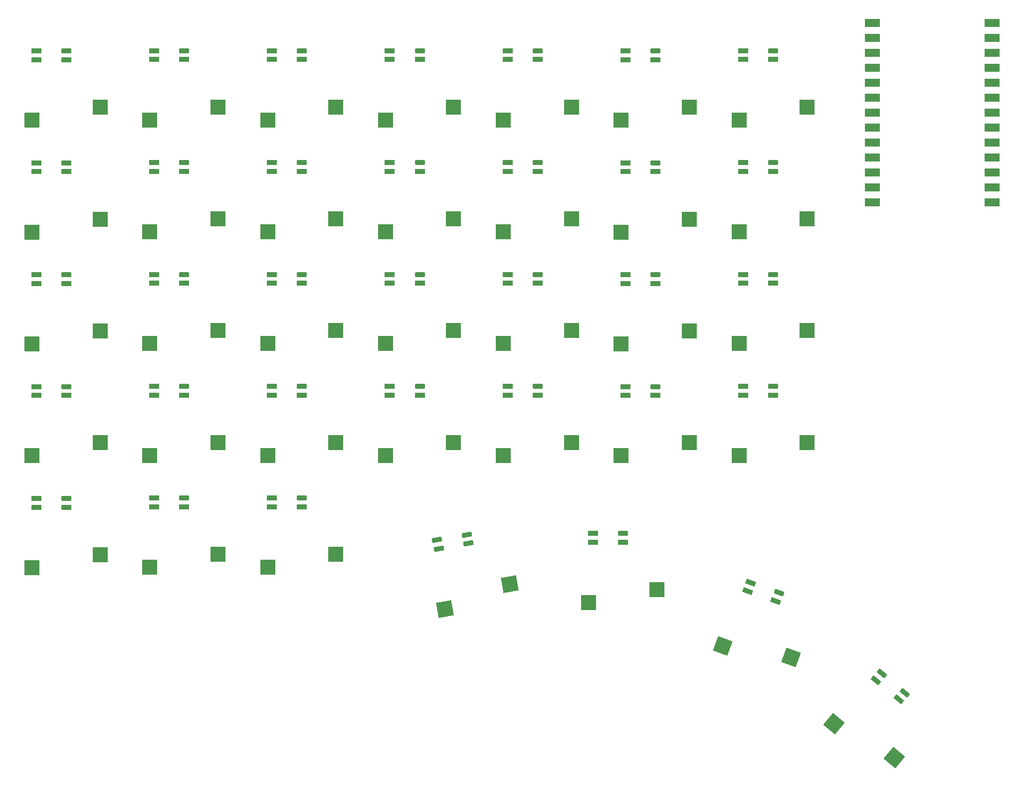
<source format=gbr>
%TF.GenerationSoftware,KiCad,Pcbnew,7.0.7*%
%TF.CreationDate,2023-09-03T20:27:55-07:00*%
%TF.ProjectId,keyboard,6b657962-6f61-4726-942e-6b696361645f,rev?*%
%TF.SameCoordinates,Original*%
%TF.FileFunction,Paste,Top*%
%TF.FilePolarity,Positive*%
%FSLAX46Y46*%
G04 Gerber Fmt 4.6, Leading zero omitted, Abs format (unit mm)*
G04 Created by KiCad (PCBNEW 7.0.7) date 2023-09-03 20:27:55*
%MOMM*%
%LPD*%
G01*
G04 APERTURE LIST*
G04 Aperture macros list*
%AMRoundRect*
0 Rectangle with rounded corners*
0 $1 Rounding radius*
0 $2 $3 $4 $5 $6 $7 $8 $9 X,Y pos of 4 corners*
0 Add a 4 corners polygon primitive as box body*
4,1,4,$2,$3,$4,$5,$6,$7,$8,$9,$2,$3,0*
0 Add four circle primitives for the rounded corners*
1,1,$1+$1,$2,$3*
1,1,$1+$1,$4,$5*
1,1,$1+$1,$6,$7*
1,1,$1+$1,$8,$9*
0 Add four rect primitives between the rounded corners*
20,1,$1+$1,$2,$3,$4,$5,0*
20,1,$1+$1,$4,$5,$6,$7,0*
20,1,$1+$1,$6,$7,$8,$9,0*
20,1,$1+$1,$8,$9,$2,$3,0*%
%AMRotRect*
0 Rectangle, with rotation*
0 The origin of the aperture is its center*
0 $1 length*
0 $2 width*
0 $3 Rotation angle, in degrees counterclockwise*
0 Add horizontal line*
21,1,$1,$2,0,0,$3*%
G04 Aperture macros list end*
%ADD10R,2.600000X2.600000*%
%ADD11RotRect,2.600000X2.600000X340.000000*%
%ADD12R,1.700000X0.820000*%
%ADD13RoundRect,0.205000X-0.645000X-0.205000X0.645000X-0.205000X0.645000X0.205000X-0.645000X0.205000X0*%
%ADD14RotRect,2.600000X2.600000X10.000000*%
%ADD15RotRect,1.700000X0.820000X340.000000*%
%ADD16RoundRect,0.205000X-0.676216X0.027966X0.535988X-0.413240X0.676216X-0.027966X-0.535988X0.413240X0*%
%ADD17RotRect,1.700000X0.820000X320.000000*%
%ADD18RoundRect,0.205000X-0.625870X0.257559X0.362327X-0.571637X0.625870X-0.257559X-0.362327X0.571637X0*%
%ADD19RotRect,2.600000X2.600000X320.000000*%
%ADD20RotRect,1.700000X0.820000X10.000000*%
%ADD21RoundRect,0.205000X-0.599603X-0.313889X0.670799X-0.089883X0.599603X0.313889X-0.670799X0.089883X0*%
%ADD22R,2.610000X1.400000*%
G04 APERTURE END LIST*
D10*
%TO.C,REF\u002A\u002A*%
X96725000Y-94950000D03*
X108275000Y-92750000D03*
%TD*%
D11*
%TO.C,REF\u002A\u002A*%
X174002870Y-127343518D03*
X185608764Y-129226527D03*
%TD*%
D10*
%TO.C,REF\u002A\u002A*%
X136725000Y-56950000D03*
X148275000Y-54750000D03*
%TD*%
D12*
%TO.C,REF\u002A\u002A*%
X157450000Y-84750000D03*
X157450000Y-83250000D03*
D13*
X162550000Y-83250000D03*
D12*
X162550000Y-84750000D03*
%TD*%
%TO.C,REF\u002A\u002A*%
X77450000Y-84700000D03*
X77450000Y-83200000D03*
D13*
X82550000Y-83200000D03*
D12*
X82550000Y-84700000D03*
%TD*%
D10*
%TO.C,REF\u002A\u002A*%
X56725000Y-76000000D03*
X68275000Y-73800000D03*
%TD*%
D12*
%TO.C,REF\u002A\u002A*%
X157450000Y-46750000D03*
X157450000Y-45250000D03*
D13*
X162550000Y-45250000D03*
D12*
X162550000Y-46750000D03*
%TD*%
%TO.C,REF\u002A\u002A*%
X97450000Y-27700000D03*
X97450000Y-26200000D03*
D13*
X102550000Y-26200000D03*
D12*
X102550000Y-27700000D03*
%TD*%
D10*
%TO.C,REF\u002A\u002A*%
X76725000Y-37950000D03*
X88275000Y-35750000D03*
%TD*%
D12*
%TO.C,REF\u002A\u002A*%
X177450000Y-46700000D03*
X177450000Y-45200000D03*
D13*
X182550000Y-45200000D03*
D12*
X182550000Y-46700000D03*
%TD*%
%TO.C,REF\u002A\u002A*%
X151949999Y-109699999D03*
X151949999Y-108199999D03*
D13*
X157049999Y-108199999D03*
D12*
X157049999Y-109699999D03*
%TD*%
D14*
%TO.C,REF\u002A\u002A*%
X126819526Y-121011139D03*
X137812030Y-116838925D03*
%TD*%
D10*
%TO.C,REF\u002A\u002A*%
X136725000Y-94950000D03*
X148275000Y-92750000D03*
%TD*%
D12*
%TO.C,REF\u002A\u002A*%
X177450000Y-27700000D03*
X177450000Y-26200000D03*
D13*
X182550000Y-26200000D03*
D12*
X182550000Y-27700000D03*
%TD*%
D10*
%TO.C,REF\u002A\u002A*%
X96725000Y-37950000D03*
X108275000Y-35750000D03*
%TD*%
D12*
%TO.C,REF\u002A\u002A*%
X137450000Y-46700000D03*
X137450000Y-45200000D03*
D13*
X142550000Y-45200000D03*
D12*
X142550000Y-46700000D03*
%TD*%
D15*
%TO.C,REF\u002A\u002A*%
X178189853Y-117959633D03*
X178702883Y-116550094D03*
D16*
X183495315Y-118294397D03*
D15*
X182982285Y-119703936D03*
%TD*%
D12*
%TO.C,REF\u002A\u002A*%
X157450000Y-27750000D03*
X157450000Y-26250000D03*
D13*
X162550000Y-26250000D03*
D12*
X162550000Y-27750000D03*
%TD*%
%TO.C,REF\u002A\u002A*%
X57450000Y-103750000D03*
X57450000Y-102250000D03*
D13*
X62550000Y-102250000D03*
D12*
X62550000Y-103750000D03*
%TD*%
%TO.C,REF\u002A\u002A*%
X117450000Y-84700000D03*
X117450000Y-83200000D03*
D13*
X122550000Y-83200000D03*
D12*
X122550000Y-84700000D03*
%TD*%
D10*
%TO.C,REF\u002A\u002A*%
X76725000Y-75950000D03*
X88275000Y-73750000D03*
%TD*%
%TO.C,REF\u002A\u002A*%
X156725000Y-76000000D03*
X168275000Y-73800000D03*
%TD*%
D12*
%TO.C,REF\u002A\u002A*%
X137450000Y-27700000D03*
X137450000Y-26200000D03*
D13*
X142550000Y-26200000D03*
D12*
X142550000Y-27700000D03*
%TD*%
%TO.C,REF\u002A\u002A*%
X77450000Y-103700000D03*
X77450000Y-102200000D03*
D13*
X82550000Y-102200000D03*
D12*
X82550000Y-103700000D03*
%TD*%
%TO.C,REF\u002A\u002A*%
X77450000Y-46700000D03*
X77450000Y-45200000D03*
D13*
X82550000Y-45200000D03*
D12*
X82550000Y-46700000D03*
%TD*%
D10*
%TO.C,REF\u002A\u002A*%
X56725000Y-95000000D03*
X68275000Y-92800000D03*
%TD*%
D12*
%TO.C,REF\u002A\u002A*%
X97450000Y-103700000D03*
X97450000Y-102200000D03*
D13*
X102550000Y-102200000D03*
D12*
X102550000Y-103700000D03*
%TD*%
D17*
%TO.C,REF\u002A\u002A*%
X199972892Y-133125980D03*
X200937073Y-131976913D03*
D18*
X204843900Y-135255130D03*
D17*
X203879719Y-136404197D03*
%TD*%
D12*
%TO.C,REF\u002A\u002A*%
X57450000Y-84750000D03*
X57450000Y-83250000D03*
D13*
X62550000Y-83250000D03*
D12*
X62550000Y-84750000D03*
%TD*%
D10*
%TO.C,REF\u002A\u002A*%
X116725000Y-75950000D03*
X128275000Y-73750000D03*
%TD*%
%TO.C,REF\u002A\u002A*%
X176725000Y-94950000D03*
X188275000Y-92750000D03*
%TD*%
%TO.C,REF\u002A\u002A*%
X116725000Y-37950000D03*
X128275000Y-35750000D03*
%TD*%
D12*
%TO.C,REF\u002A\u002A*%
X137450000Y-84700000D03*
X137450000Y-83200000D03*
D13*
X142550000Y-83200000D03*
D12*
X142550000Y-84700000D03*
%TD*%
D10*
%TO.C,REF\u002A\u002A*%
X56725000Y-114000000D03*
X68275000Y-111800000D03*
%TD*%
%TO.C,REF\u002A\u002A*%
X56725000Y-57000000D03*
X68275000Y-54800000D03*
%TD*%
D12*
%TO.C,REF\u002A\u002A*%
X77450000Y-27700000D03*
X77450000Y-26200000D03*
D13*
X82550000Y-26200000D03*
D12*
X82550000Y-27700000D03*
%TD*%
%TO.C,REF\u002A\u002A*%
X77450000Y-65700000D03*
X77450000Y-64200000D03*
D13*
X82550000Y-64200000D03*
D12*
X82550000Y-65700000D03*
%TD*%
%TO.C,REF\u002A\u002A*%
X97450000Y-46700000D03*
X97450000Y-45200000D03*
D13*
X102550000Y-45200000D03*
D12*
X102550000Y-46700000D03*
%TD*%
D10*
%TO.C,REF\u002A\u002A*%
X176725000Y-56950000D03*
X188275000Y-54750000D03*
%TD*%
%TO.C,REF\u002A\u002A*%
X96725000Y-113950000D03*
X108275000Y-111750000D03*
%TD*%
D12*
%TO.C,REF\u002A\u002A*%
X57450000Y-27750000D03*
X57450000Y-26250000D03*
D13*
X62550000Y-26250000D03*
D12*
X62550000Y-27750000D03*
%TD*%
%TO.C,REF\u002A\u002A*%
X57450000Y-46750000D03*
X57450000Y-45250000D03*
D13*
X62550000Y-45250000D03*
D12*
X62550000Y-46750000D03*
%TD*%
%TO.C,REF\u002A\u002A*%
X97450000Y-65700000D03*
X97450000Y-64200000D03*
D13*
X102550000Y-64200000D03*
D12*
X102550000Y-65700000D03*
%TD*%
D10*
%TO.C,REF\u002A\u002A*%
X176725000Y-37950000D03*
X188275000Y-35750000D03*
%TD*%
D12*
%TO.C,REF\u002A\u002A*%
X177450000Y-84700000D03*
X177450000Y-83200000D03*
D13*
X182550000Y-83200000D03*
D12*
X182550000Y-84700000D03*
%TD*%
D10*
%TO.C,REF\u002A\u002A*%
X76725000Y-113950000D03*
X88275000Y-111750000D03*
%TD*%
%TO.C,REF\u002A\u002A*%
X156725000Y-38000000D03*
X168275000Y-35800000D03*
%TD*%
D19*
%TO.C,REF\u002A\u002A*%
X192828935Y-140511916D03*
X203090881Y-146250815D03*
%TD*%
D10*
%TO.C,REF\u002A\u002A*%
X156725000Y-57000000D03*
X168275000Y-54800000D03*
%TD*%
%TO.C,REF\u002A\u002A*%
X96725000Y-75950000D03*
X108275000Y-73750000D03*
%TD*%
D12*
%TO.C,REF\u002A\u002A*%
X137450000Y-65700000D03*
X137450000Y-64200000D03*
D13*
X142550000Y-64200000D03*
D12*
X142550000Y-65700000D03*
%TD*%
D10*
%TO.C,REF\u002A\u002A*%
X136725000Y-37950000D03*
X148275000Y-35750000D03*
%TD*%
D12*
%TO.C,REF\u002A\u002A*%
X117450000Y-27700000D03*
X117450000Y-26200000D03*
D13*
X122550000Y-26200000D03*
D12*
X122550000Y-27700000D03*
%TD*%
D10*
%TO.C,REF\u002A\u002A*%
X76725000Y-94950000D03*
X88275000Y-92750000D03*
%TD*%
D12*
%TO.C,REF\u002A\u002A*%
X57450000Y-65750000D03*
X57450000Y-64250000D03*
D13*
X62550000Y-64250000D03*
D12*
X62550000Y-65750000D03*
%TD*%
D10*
%TO.C,REF\u002A\u002A*%
X176725000Y-75950000D03*
X188275000Y-73750000D03*
%TD*%
%TO.C,REF\u002A\u002A*%
X116725000Y-94950000D03*
X128275000Y-92750000D03*
%TD*%
D12*
%TO.C,REF\u002A\u002A*%
X177450000Y-65700000D03*
X177450000Y-64200000D03*
D13*
X182550000Y-64200000D03*
D12*
X182550000Y-65700000D03*
%TD*%
D10*
%TO.C,REF\u002A\u002A*%
X156725000Y-95000000D03*
X168275000Y-92800000D03*
%TD*%
D12*
%TO.C,REF\u002A\u002A*%
X157450000Y-65750000D03*
X157450000Y-64250000D03*
D13*
X162550000Y-64250000D03*
D12*
X162550000Y-65750000D03*
%TD*%
D10*
%TO.C,REF\u002A\u002A*%
X151225000Y-119950000D03*
X162775000Y-117750000D03*
%TD*%
D20*
%TO.C,REF\u002A\u002A*%
X125753618Y-110790964D03*
X125493146Y-109313752D03*
D21*
X130515666Y-108428146D03*
D20*
X130776138Y-109905358D03*
%TD*%
D12*
%TO.C,REF\u002A\u002A*%
X97450000Y-84700000D03*
X97450000Y-83200000D03*
D13*
X102550000Y-83200000D03*
D12*
X102550000Y-84700000D03*
%TD*%
D10*
%TO.C,REF\u002A\u002A*%
X56725000Y-38000000D03*
X68275000Y-35800000D03*
%TD*%
%TO.C,REF\u002A\u002A*%
X116725000Y-56950000D03*
X128275000Y-54750000D03*
%TD*%
D12*
%TO.C,REF\u002A\u002A*%
X117450000Y-65700000D03*
X117450000Y-64200000D03*
D13*
X122550000Y-64200000D03*
D12*
X122550000Y-65700000D03*
%TD*%
D10*
%TO.C,REF\u002A\u002A*%
X76725000Y-56950000D03*
X88275000Y-54750000D03*
%TD*%
D12*
%TO.C,REF\u002A\u002A*%
X117450000Y-46700000D03*
X117450000Y-45200000D03*
D13*
X122550000Y-45200000D03*
D12*
X122550000Y-46700000D03*
%TD*%
D10*
%TO.C,REF\u002A\u002A*%
X136725000Y-75950000D03*
X148275000Y-73750000D03*
%TD*%
%TO.C,REF\u002A\u002A*%
X96725000Y-56950000D03*
X108275000Y-54750000D03*
%TD*%
D22*
%TO.C,REF\u002A\u002A*%
X219660000Y-21490000D03*
X219660000Y-24030000D03*
X219660000Y-26570000D03*
X219660000Y-29110000D03*
X219660000Y-31650000D03*
X219660000Y-34190000D03*
X219660000Y-36730000D03*
X219660000Y-39270000D03*
X219660000Y-41810000D03*
X219660000Y-44350000D03*
X219660000Y-46890000D03*
X219660000Y-49430000D03*
X219660000Y-51970000D03*
X199340000Y-21490000D03*
X199340000Y-24030000D03*
X199340000Y-26570000D03*
X199340000Y-29110000D03*
X199340000Y-31650000D03*
X199340000Y-34190000D03*
X199340000Y-36730000D03*
X199340000Y-39270000D03*
X199340000Y-41810000D03*
X199340000Y-44350000D03*
X199340000Y-46890000D03*
X199340000Y-49430000D03*
X199340000Y-51970000D03*
%TD*%
M02*

</source>
